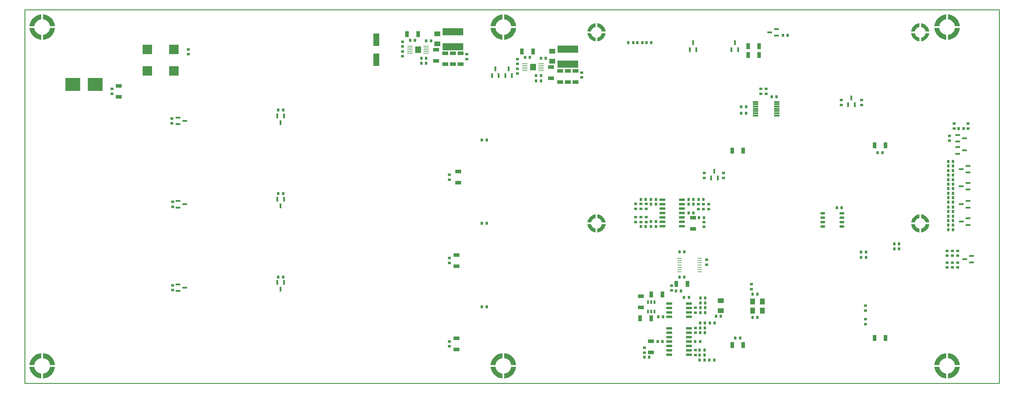
<source format=gtp>
G04 Layer_Color=10723209*
%FSLAX43Y43*%
%MOMM*%
G71*
G01*
G75*
%ADD10R,2.700X2.700*%
%ADD12R,6.000X2.000*%
%ADD13R,0.600X1.000*%
%ADD14R,1.350X0.600*%
%ADD15O,1.450X0.650*%
%ADD16R,1.800X1.340*%
%ADD17R,0.800X0.900*%
G04:AMPARAMS|DCode=18|XSize=0.45mm|YSize=1.6mm|CornerRadius=0.05mm|HoleSize=0mm|Usage=FLASHONLY|Rotation=90.000|XOffset=0mm|YOffset=0mm|HoleType=Round|Shape=RoundedRectangle|*
%AMROUNDEDRECTD18*
21,1,0.450,1.501,0,0,90.0*
21,1,0.351,1.600,0,0,90.0*
1,1,0.099,0.750,0.175*
1,1,0.099,0.750,-0.175*
1,1,0.099,-0.750,-0.175*
1,1,0.099,-0.750,0.175*
%
%ADD18ROUNDEDRECTD18*%
%ADD19R,4.240X3.810*%
%ADD20R,1.800X3.550*%
G04:AMPARAMS|DCode=22|XSize=0.65mm|YSize=1.65mm|CornerRadius=0.049mm|HoleSize=0mm|Usage=FLASHONLY|Rotation=90.000|XOffset=0mm|YOffset=0mm|HoleType=Round|Shape=RoundedRectangle|*
%AMROUNDEDRECTD22*
21,1,0.650,1.552,0,0,90.0*
21,1,0.552,1.650,0,0,90.0*
1,1,0.098,0.776,0.276*
1,1,0.098,0.776,-0.276*
1,1,0.098,-0.776,-0.276*
1,1,0.098,-0.776,0.276*
%
%ADD22ROUNDEDRECTD22*%
%ADD23R,1.700X1.000*%
%ADD24R,0.900X0.800*%
G04:AMPARAMS|DCode=26|XSize=1.73mm|YSize=1.9mm|CornerRadius=0.052mm|HoleSize=0mm|Usage=FLASHONLY|Rotation=0.000|XOffset=0mm|YOffset=0mm|HoleType=Round|Shape=RoundedRectangle|*
%AMROUNDEDRECTD26*
21,1,1.730,1.796,0,0,0.0*
21,1,1.626,1.900,0,0,0.0*
1,1,0.104,0.813,-0.898*
1,1,0.104,-0.813,-0.898*
1,1,0.104,-0.813,0.898*
1,1,0.104,0.813,0.898*
%
%ADD26ROUNDEDRECTD26*%
%ADD27R,0.600X1.350*%
%ADD28R,1.340X1.800*%
%ADD29R,1.000X1.700*%
%ADD38C,0.254*%
%ADD76O,1.300X0.250*%
G04:AMPARAMS|DCode=77|XSize=0.2mm|YSize=1.45mm|CornerRadius=0mm|HoleSize=0mm|Usage=FLASHONLY|Rotation=90.000|XOffset=0mm|YOffset=0mm|HoleType=Round|Shape=RoundedRectangle|*
%AMROUNDEDRECTD77*
21,1,0.200,1.450,0,0,90.0*
21,1,0.200,1.450,0,0,90.0*
1,1,0.000,0.725,0.100*
1,1,0.000,0.725,-0.100*
1,1,0.000,-0.725,-0.100*
1,1,0.000,-0.725,0.100*
%
%ADD77ROUNDEDRECTD77*%
G36*
X255740Y45750D02*
X255764Y45632D01*
X255840Y45402D01*
X255950Y45188D01*
X256092Y44993D01*
X256263Y44822D01*
X256458Y44680D01*
X256672Y44570D01*
X256902Y44494D01*
X257020Y44470D01*
X257020Y44470D01*
X257020D01*
X257020Y43412D01*
X256797Y43434D01*
X256364Y43553D01*
X255958Y43744D01*
X255590Y44003D01*
X255273Y44320D01*
X255014Y44688D01*
X254823Y45094D01*
X254704Y45527D01*
X254682Y45750D01*
Y45750D01*
X255741D01*
X255740Y45750D01*
D02*
G37*
G36*
X166838Y45750D02*
X166816Y45527D01*
X166697Y45094D01*
X166506Y44688D01*
X166247Y44320D01*
X165930Y44003D01*
X165562Y43744D01*
X165156Y43553D01*
X164723Y43434D01*
X164500Y43412D01*
X164500D01*
Y44471D01*
X164500Y44470D01*
X164618Y44494D01*
X164848Y44570D01*
X165062Y44680D01*
X165257Y44822D01*
X165428Y44993D01*
X165570Y45188D01*
X165680Y45402D01*
X165756Y45632D01*
X165780Y45750D01*
Y45750D01*
Y45750D01*
X166838Y45750D01*
D02*
G37*
G36*
X162720Y45750D02*
X162744Y45632D01*
X162820Y45402D01*
X162930Y45188D01*
X163072Y44993D01*
X163243Y44822D01*
X163438Y44680D01*
X163652Y44570D01*
X163882Y44494D01*
X164000Y44470D01*
X164000Y44470D01*
X164000D01*
X164000Y43412D01*
X163777Y43434D01*
X163344Y43553D01*
X162938Y43744D01*
X162570Y44003D01*
X162253Y44320D01*
X161994Y44688D01*
X161803Y45094D01*
X161684Y45527D01*
X161662Y45750D01*
Y45750D01*
X162721D01*
X162720Y45750D01*
D02*
G37*
G36*
X141141Y5250D02*
Y5250D01*
D01*
Y5250D01*
D02*
G37*
G36*
X137250Y8641D02*
Y7236D01*
X137250D01*
Y7236D01*
X137063Y7207D01*
X136699Y7103D01*
X136358Y6938D01*
X136049Y6719D01*
X135781Y6452D01*
X135562Y6143D01*
X135398Y5801D01*
X135293Y5437D01*
X135264Y5250D01*
Y5250D01*
X133859D01*
X133874Y5468D01*
X133955Y5897D01*
X134087Y6313D01*
X134268Y6710D01*
X134495Y7083D01*
X134765Y7427D01*
X135074Y7735D01*
X135417Y8005D01*
X135790Y8232D01*
X136187Y8413D01*
X136603Y8545D01*
X137032Y8626D01*
X137250Y8641D01*
D01*
X137250D01*
X137250D01*
D02*
G37*
G36*
X259858Y45750D02*
X259836Y45527D01*
X259717Y45094D01*
X259526Y44688D01*
X259267Y44320D01*
X258950Y44003D01*
X258582Y43744D01*
X258176Y43553D01*
X257743Y43434D01*
X257520Y43412D01*
X257520D01*
Y44471D01*
X257520Y44470D01*
X257638Y44494D01*
X257868Y44570D01*
X258082Y44680D01*
X258277Y44822D01*
X258448Y44993D01*
X258590Y45188D01*
X258700Y45402D01*
X258776Y45632D01*
X258800Y45750D01*
Y45750D01*
Y45750D01*
X259858Y45750D01*
D02*
G37*
G36*
X257020Y47529D02*
X257020Y47530D01*
X256902Y47506D01*
X256672Y47430D01*
X256458Y47320D01*
X256263Y47178D01*
X256092Y47007D01*
X255950Y46812D01*
X255840Y46598D01*
X255764Y46368D01*
X255740Y46250D01*
X255740D01*
Y46250D01*
X254682D01*
X254704Y46473D01*
X254823Y46906D01*
X255014Y47312D01*
X255273Y47680D01*
X255590Y47997D01*
X255957Y48256D01*
X256364Y48447D01*
X256797Y48566D01*
X257020Y48588D01*
Y48588D01*
X257020D01*
Y47529D01*
D02*
G37*
G36*
X162720Y100750D02*
X162744Y100632D01*
X162820Y100402D01*
X162930Y100188D01*
X163072Y99993D01*
X163243Y99822D01*
X163438Y99680D01*
X163652Y99570D01*
X163882Y99494D01*
X164000Y99470D01*
X164000Y99470D01*
X164000D01*
X164000Y98412D01*
X163777Y98434D01*
X163344Y98553D01*
X162938Y98744D01*
X162570Y99003D01*
X162253Y99320D01*
X161994Y99688D01*
X161803Y100094D01*
X161684Y100527D01*
X161662Y100750D01*
Y100750D01*
X162721D01*
X162720Y100750D01*
D02*
G37*
G36*
X164000Y47529D02*
X164000Y47530D01*
X163882Y47506D01*
X163652Y47430D01*
X163438Y47320D01*
X163243Y47178D01*
X163072Y47007D01*
X162930Y46812D01*
X162820Y46598D01*
X162744Y46368D01*
X162720Y46250D01*
X162720D01*
Y46250D01*
X161662D01*
X161684Y46473D01*
X161803Y46906D01*
X161994Y47312D01*
X162253Y47680D01*
X162570Y47997D01*
X162938Y48256D01*
X163344Y48447D01*
X163777Y48566D01*
X164000Y48588D01*
Y48588D01*
X164000D01*
Y47529D01*
D02*
G37*
G36*
X164723Y48566D02*
X165156Y48447D01*
X165562Y48256D01*
X165930Y47997D01*
X166247Y47680D01*
X166506Y47312D01*
X166697Y46906D01*
X166816Y46473D01*
X166838Y46250D01*
X166838Y46250D01*
Y46250D01*
X165779D01*
X165780Y46250D01*
X165756Y46368D01*
X165680Y46598D01*
X165570Y46812D01*
X165428Y47007D01*
X165257Y47178D01*
X165062Y47320D01*
X164848Y47430D01*
X164618Y47506D01*
X164500Y47530D01*
X164500D01*
Y48588D01*
X164723Y48566D01*
D02*
G37*
G36*
X257743D02*
X258176Y48447D01*
X258582Y48256D01*
X258950Y47997D01*
X259267Y47680D01*
X259526Y47312D01*
X259717Y46906D01*
X259836Y46473D01*
X259858Y46250D01*
X259858Y46250D01*
Y46250D01*
X258799D01*
X258800Y46250D01*
X258776Y46368D01*
X258700Y46598D01*
X258590Y46812D01*
X258448Y47007D01*
X258277Y47178D01*
X258082Y47320D01*
X257868Y47430D01*
X257638Y47506D01*
X257520Y47530D01*
X257520D01*
Y48588D01*
X257743Y48566D01*
D02*
G37*
G36*
X2793Y4563D02*
X2897Y4199D01*
X3062Y3858D01*
X3281Y3549D01*
X3548Y3281D01*
X3857Y3062D01*
X4199Y2898D01*
X4563Y2793D01*
X4750Y2764D01*
X4750D01*
Y1359D01*
X4750Y1359D01*
X4532Y1374D01*
X4103Y1455D01*
X3687Y1587D01*
X3290Y1768D01*
X2917Y1995D01*
X2573Y2265D01*
X2265Y2573D01*
X1995Y2917D01*
X1768Y3290D01*
X1587Y3687D01*
X1455Y4103D01*
X1374Y4532D01*
X1359Y4750D01*
X1359Y4750D01*
X2764D01*
Y4750D01*
X2793Y4563D01*
D02*
G37*
G36*
X262793D02*
X262897Y4199D01*
X263062Y3858D01*
X263281Y3549D01*
X263548Y3281D01*
X263857Y3062D01*
X264199Y2898D01*
X264563Y2793D01*
X264750Y2764D01*
X264750D01*
Y1359D01*
X264750Y1359D01*
X264532Y1374D01*
X264103Y1455D01*
X263687Y1587D01*
X263290Y1768D01*
X262917Y1995D01*
X262573Y2265D01*
X262265Y2573D01*
X261995Y2917D01*
X261768Y3290D01*
X261587Y3687D01*
X261455Y4103D01*
X261374Y4532D01*
X261359Y4750D01*
X261359Y4750D01*
X262764D01*
Y4750D01*
X262793Y4563D01*
D02*
G37*
G36*
X141141Y4750D02*
X141126Y4532D01*
X141045Y4103D01*
X140913Y3687D01*
X140732Y3290D01*
X140505Y2917D01*
X140235Y2573D01*
X139926Y2265D01*
X139583Y1995D01*
X139210Y1768D01*
X138813Y1587D01*
X138397Y1455D01*
X137968Y1374D01*
X137750Y1359D01*
X137750Y1359D01*
Y2764D01*
X137750D01*
X137937Y2793D01*
X138301Y2897D01*
X138642Y3062D01*
X138951Y3281D01*
X139219Y3548D01*
X139438Y3857D01*
X139602Y4199D01*
X139707Y4563D01*
X139736Y4750D01*
X139736Y4750D01*
X141141D01*
Y4750D01*
D02*
G37*
G36*
X8641Y4750D02*
X8626Y4532D01*
X8545Y4103D01*
X8413Y3687D01*
X8232Y3290D01*
X8005Y2917D01*
X7735Y2573D01*
X7426Y2265D01*
X7083Y1995D01*
X6710Y1768D01*
X6313Y1587D01*
X5897Y1455D01*
X5468Y1373D01*
X5250Y1359D01*
X5250Y1359D01*
Y2764D01*
X5250D01*
X5437Y2793D01*
X5801Y2897D01*
X6142Y3062D01*
X6451Y3281D01*
X6719Y3548D01*
X6938Y3857D01*
X7102Y4199D01*
X7207Y4563D01*
X7236Y4750D01*
X7236Y4750D01*
X8641D01*
Y4750D01*
D02*
G37*
G36*
X268641D02*
X268626Y4532D01*
X268545Y4103D01*
X268413Y3687D01*
X268232Y3290D01*
X268005Y2917D01*
X267735Y2573D01*
X267427Y2265D01*
X267083Y1995D01*
X266710Y1768D01*
X266313Y1587D01*
X265897Y1455D01*
X265468Y1373D01*
X265250Y1359D01*
X265250Y1359D01*
Y2764D01*
X265250D01*
X265437Y2793D01*
X265801Y2897D01*
X266142Y3062D01*
X266451Y3281D01*
X266719Y3548D01*
X266938Y3857D01*
X267102Y4199D01*
X267207Y4563D01*
X267236Y4750D01*
X267236Y4750D01*
X268641D01*
Y4750D01*
D02*
G37*
G36*
X135293Y4563D02*
X135397Y4199D01*
X135562Y3858D01*
X135781Y3549D01*
X136048Y3281D01*
X136357Y3062D01*
X136699Y2898D01*
X137063Y2793D01*
X137250Y2764D01*
X137250D01*
Y1359D01*
X137250Y1359D01*
X137032Y1374D01*
X136603Y1455D01*
X136187Y1587D01*
X135790Y1768D01*
X135417Y1995D01*
X135073Y2265D01*
X134765Y2573D01*
X134495Y2917D01*
X134268Y3290D01*
X134087Y3687D01*
X133955Y4103D01*
X133874Y4532D01*
X133859Y4750D01*
X133859Y4750D01*
X135264D01*
Y4750D01*
X135293Y4563D01*
D02*
G37*
G36*
X4750Y8641D02*
Y7236D01*
X4750D01*
Y7236D01*
X4563Y7207D01*
X4199Y7102D01*
X3858Y6938D01*
X3549Y6719D01*
X3281Y6452D01*
X3062Y6143D01*
X2898Y5801D01*
X2793Y5437D01*
X2764Y5250D01*
Y5250D01*
X1359D01*
X1374Y5468D01*
X1455Y5897D01*
X1587Y6313D01*
X1768Y6710D01*
X1995Y7083D01*
X2265Y7427D01*
X2573Y7735D01*
X2917Y8005D01*
X3290Y8232D01*
X3687Y8413D01*
X4103Y8545D01*
X4532Y8626D01*
X4750Y8641D01*
D01*
X4750D01*
X4750D01*
D02*
G37*
G36*
X264750D02*
Y7236D01*
X264750D01*
Y7236D01*
X264563Y7207D01*
X264199Y7102D01*
X263858Y6938D01*
X263549Y6719D01*
X263281Y6452D01*
X263062Y6143D01*
X262898Y5801D01*
X262793Y5437D01*
X262764Y5250D01*
Y5250D01*
X261359D01*
X261374Y5468D01*
X261455Y5897D01*
X261587Y6313D01*
X261768Y6710D01*
X261995Y7083D01*
X262265Y7427D01*
X262573Y7735D01*
X262917Y8005D01*
X263290Y8232D01*
X263687Y8413D01*
X264103Y8545D01*
X264532Y8626D01*
X264750Y8641D01*
D01*
X264750D01*
X264750D01*
D02*
G37*
G36*
X265468Y8626D02*
X265897Y8545D01*
X266313Y8413D01*
X266710Y8232D01*
X267083Y8005D01*
X267427Y7735D01*
X267735Y7426D01*
X268005Y7083D01*
X268232Y6710D01*
X268413Y6313D01*
X268545Y5897D01*
X268626Y5468D01*
X268641Y5250D01*
D01*
Y5250D01*
Y5250D01*
X267236D01*
Y5250D01*
X267236Y5250D01*
X267207Y5437D01*
X267103Y5801D01*
X266938Y6142D01*
X266719Y6451D01*
X266452Y6719D01*
X266143Y6938D01*
X265801Y7102D01*
X265437Y7207D01*
X265250Y7236D01*
X265250Y7236D01*
Y8641D01*
X265468Y8626D01*
D02*
G37*
G36*
X5468D02*
X5897Y8545D01*
X6313Y8413D01*
X6710Y8232D01*
X7083Y8005D01*
X7427Y7735D01*
X7735Y7426D01*
X8005Y7083D01*
X8232Y6710D01*
X8413Y6313D01*
X8545Y5897D01*
X8626Y5468D01*
X8641Y5250D01*
D01*
Y5250D01*
Y5250D01*
X7236D01*
Y5250D01*
X7236Y5250D01*
X7207Y5437D01*
X7103Y5801D01*
X6938Y6142D01*
X6719Y6451D01*
X6452Y6719D01*
X6143Y6938D01*
X5801Y7102D01*
X5437Y7207D01*
X5250Y7236D01*
X5250Y7236D01*
Y8641D01*
X5468Y8626D01*
D02*
G37*
G36*
X137968Y8626D02*
X138397Y8545D01*
X138813Y8413D01*
X139210Y8232D01*
X139583Y8005D01*
X139927Y7735D01*
X140235Y7426D01*
X140505Y7083D01*
X140732Y6710D01*
X140913Y6313D01*
X141045Y5897D01*
X141126Y5468D01*
X141141Y5250D01*
X139736D01*
Y5250D01*
X139736Y5250D01*
X139707Y5437D01*
X139603Y5801D01*
X139438Y6142D01*
X139219Y6451D01*
X138952Y6719D01*
X138643Y6938D01*
X138301Y7102D01*
X137937Y7207D01*
X137750Y7236D01*
X137750Y7236D01*
Y8641D01*
X137968Y8626D01*
D02*
G37*
G36*
X255720Y100750D02*
X255744Y100632D01*
X255820Y100402D01*
X255930Y100188D01*
X256072Y99993D01*
X256243Y99822D01*
X256438Y99680D01*
X256652Y99570D01*
X256882Y99494D01*
X257000Y99470D01*
X257000Y99470D01*
X257000D01*
X257000Y98412D01*
X256777Y98434D01*
X256344Y98553D01*
X255938Y98744D01*
X255570Y99003D01*
X255253Y99320D01*
X254994Y99688D01*
X254803Y100094D01*
X254684Y100527D01*
X254662Y100750D01*
Y100750D01*
X255721D01*
X255720Y100750D01*
D02*
G37*
G36*
X141141Y102750D02*
Y102750D01*
D01*
Y102750D01*
D02*
G37*
G36*
X265468Y106126D02*
X265897Y106045D01*
X266313Y105913D01*
X266710Y105732D01*
X267083Y105505D01*
X267427Y105235D01*
X267735Y104926D01*
X268005Y104583D01*
X268232Y104210D01*
X268413Y103813D01*
X268545Y103397D01*
X268626Y102968D01*
X268641Y102750D01*
D01*
Y102750D01*
Y102750D01*
X267236D01*
Y102750D01*
X267236Y102750D01*
X267207Y102937D01*
X267103Y103301D01*
X266938Y103642D01*
X266719Y103951D01*
X266452Y104219D01*
X266143Y104438D01*
X265801Y104602D01*
X265437Y104707D01*
X265250Y104736D01*
X265250Y104736D01*
Y106141D01*
X265468Y106126D01*
D02*
G37*
G36*
X5468D02*
X5897Y106045D01*
X6313Y105913D01*
X6710Y105732D01*
X7083Y105505D01*
X7427Y105235D01*
X7735Y104926D01*
X8005Y104583D01*
X8232Y104210D01*
X8413Y103813D01*
X8545Y103397D01*
X8626Y102968D01*
X8641Y102750D01*
D01*
Y102750D01*
Y102750D01*
X7236D01*
Y102750D01*
X7236Y102750D01*
X7207Y102937D01*
X7103Y103301D01*
X6938Y103642D01*
X6719Y103951D01*
X6452Y104219D01*
X6143Y104438D01*
X5801Y104602D01*
X5437Y104707D01*
X5250Y104736D01*
X5250Y104736D01*
Y106141D01*
X5468Y106126D01*
D02*
G37*
G36*
X257000Y102529D02*
X257000Y102530D01*
X256882Y102506D01*
X256652Y102430D01*
X256438Y102320D01*
X256243Y102178D01*
X256072Y102007D01*
X255930Y101812D01*
X255820Y101598D01*
X255744Y101368D01*
X255720Y101250D01*
X255720D01*
Y101250D01*
X254662D01*
X254684Y101473D01*
X254803Y101906D01*
X254994Y102312D01*
X255253Y102680D01*
X255570Y102997D01*
X255938Y103256D01*
X256344Y103447D01*
X256777Y103566D01*
X257000Y103588D01*
Y103588D01*
X257000D01*
Y102529D01*
D02*
G37*
G36*
X137968Y106126D02*
X138397Y106045D01*
X138813Y105913D01*
X139210Y105732D01*
X139583Y105505D01*
X139927Y105235D01*
X140235Y104926D01*
X140505Y104583D01*
X140732Y104210D01*
X140913Y103813D01*
X141045Y103397D01*
X141126Y102968D01*
X141141Y102750D01*
X139736D01*
Y102750D01*
X139736Y102750D01*
X139707Y102937D01*
X139603Y103301D01*
X139438Y103642D01*
X139219Y103951D01*
X138952Y104219D01*
X138643Y104438D01*
X138301Y104602D01*
X137937Y104707D01*
X137750Y104736D01*
X137750Y104736D01*
Y106141D01*
X137968Y106126D01*
D02*
G37*
G36*
X4750Y104736D02*
X4750D01*
Y104736D01*
X4563Y104707D01*
X4199Y104603D01*
X3858Y104438D01*
X3549Y104219D01*
X3281Y103952D01*
X3062Y103643D01*
X2898Y103301D01*
X2793Y102937D01*
X2764Y102750D01*
Y102750D01*
X1359D01*
X1374Y102968D01*
X1455Y103397D01*
X1587Y103813D01*
X1768Y104210D01*
X1995Y104583D01*
X2265Y104927D01*
X2573Y105235D01*
X2917Y105505D01*
X3290Y105732D01*
X3687Y105913D01*
X4103Y106045D01*
X4532Y106126D01*
X4750Y106141D01*
Y104736D01*
D02*
G37*
G36*
X137250Y106141D02*
D01*
X137250D01*
X137250D01*
D02*
G37*
G36*
X264750D02*
D01*
X264750D01*
X264750D01*
D02*
G37*
G36*
X4750D02*
D01*
X4750D01*
X4750D01*
D02*
G37*
G36*
X137250Y104736D02*
X137250D01*
Y104736D01*
X137063Y104707D01*
X136699Y104603D01*
X136358Y104438D01*
X136049Y104219D01*
X135781Y103952D01*
X135562Y103643D01*
X135398Y103301D01*
X135293Y102937D01*
X135264Y102750D01*
Y102750D01*
X133859D01*
X133874Y102968D01*
X133955Y103397D01*
X134087Y103813D01*
X134268Y104210D01*
X134495Y104583D01*
X134765Y104927D01*
X135074Y105235D01*
X135417Y105505D01*
X135790Y105732D01*
X136187Y105913D01*
X136603Y106045D01*
X137032Y106126D01*
X137250Y106141D01*
Y104736D01*
D02*
G37*
G36*
X264750D02*
X264750D01*
Y104736D01*
X264563Y104707D01*
X264199Y104603D01*
X263858Y104438D01*
X263549Y104219D01*
X263281Y103952D01*
X263062Y103643D01*
X262898Y103301D01*
X262793Y102937D01*
X262764Y102750D01*
Y102750D01*
X261359D01*
X261374Y102968D01*
X261455Y103397D01*
X261587Y103813D01*
X261768Y104210D01*
X261995Y104583D01*
X262265Y104927D01*
X262573Y105235D01*
X262917Y105505D01*
X263290Y105732D01*
X263687Y105913D01*
X264103Y106045D01*
X264532Y106126D01*
X264750Y106141D01*
Y104736D01*
D02*
G37*
G36*
X166838Y100750D02*
X166816Y100527D01*
X166697Y100094D01*
X166506Y99688D01*
X166247Y99320D01*
X165930Y99003D01*
X165562Y98744D01*
X165156Y98553D01*
X164723Y98434D01*
X164500Y98412D01*
X164500D01*
Y99471D01*
X164500Y99470D01*
X164618Y99494D01*
X164848Y99570D01*
X165062Y99680D01*
X165257Y99822D01*
X165428Y99993D01*
X165570Y100188D01*
X165680Y100402D01*
X165756Y100632D01*
X165780Y100750D01*
Y100750D01*
Y100750D01*
X166838Y100750D01*
D02*
G37*
G36*
X259838D02*
X259816Y100527D01*
X259697Y100094D01*
X259506Y99688D01*
X259247Y99320D01*
X258930Y99003D01*
X258562Y98744D01*
X258156Y98553D01*
X257723Y98434D01*
X257500Y98412D01*
X257500D01*
Y99471D01*
X257500Y99470D01*
X257618Y99494D01*
X257848Y99570D01*
X258062Y99680D01*
X258257Y99822D01*
X258428Y99993D01*
X258570Y100188D01*
X258680Y100402D01*
X258756Y100632D01*
X258780Y100750D01*
Y100750D01*
Y100750D01*
X259838Y100750D01*
D02*
G37*
G36*
X268641Y102250D02*
X268626Y102032D01*
X268545Y101603D01*
X268413Y101187D01*
X268232Y100790D01*
X268005Y100417D01*
X267735Y100073D01*
X267427Y99765D01*
X267083Y99495D01*
X266710Y99268D01*
X266313Y99087D01*
X265897Y98955D01*
X265468Y98874D01*
X265250Y98859D01*
X265250Y98859D01*
Y100264D01*
X265250D01*
X265437Y100293D01*
X265801Y100397D01*
X266142Y100562D01*
X266451Y100781D01*
X266719Y101048D01*
X266938Y101357D01*
X267102Y101699D01*
X267207Y102063D01*
X267236Y102250D01*
X267236Y102250D01*
X268641D01*
Y102250D01*
D02*
G37*
G36*
X8641D02*
X8626Y102032D01*
X8545Y101603D01*
X8413Y101187D01*
X8232Y100790D01*
X8005Y100417D01*
X7735Y100073D01*
X7426Y99765D01*
X7083Y99495D01*
X6710Y99268D01*
X6313Y99087D01*
X5897Y98955D01*
X5468Y98874D01*
X5250Y98859D01*
X5250Y98859D01*
Y100264D01*
X5250D01*
X5437Y100293D01*
X5801Y100397D01*
X6142Y100562D01*
X6451Y100781D01*
X6719Y101048D01*
X6938Y101357D01*
X7102Y101699D01*
X7207Y102063D01*
X7236Y102250D01*
X7236Y102250D01*
X8641D01*
Y102250D01*
D02*
G37*
G36*
X141141D02*
X141126Y102032D01*
X141045Y101603D01*
X140913Y101187D01*
X140732Y100790D01*
X140505Y100417D01*
X140235Y100073D01*
X139926Y99765D01*
X139583Y99495D01*
X139210Y99268D01*
X138813Y99087D01*
X138397Y98955D01*
X137968Y98874D01*
X137750Y98859D01*
X137750Y98859D01*
Y100264D01*
X137750D01*
X137937Y100293D01*
X138301Y100397D01*
X138642Y100562D01*
X138951Y100781D01*
X139219Y101048D01*
X139438Y101357D01*
X139602Y101699D01*
X139707Y102063D01*
X139736Y102250D01*
X139736Y102250D01*
X141141D01*
Y102250D01*
D02*
G37*
G36*
X164723Y103566D02*
X165156Y103447D01*
X165562Y103256D01*
X165930Y102997D01*
X166247Y102680D01*
X166506Y102312D01*
X166697Y101906D01*
X166816Y101473D01*
X166838Y101250D01*
X166838Y101250D01*
Y101250D01*
X165779D01*
X165780Y101250D01*
X165756Y101368D01*
X165680Y101598D01*
X165570Y101812D01*
X165428Y102007D01*
X165257Y102178D01*
X165062Y102320D01*
X164848Y102430D01*
X164618Y102506D01*
X164500Y102530D01*
X164500D01*
Y103588D01*
X164723Y103566D01*
D02*
G37*
G36*
X262793Y102063D02*
X262897Y101699D01*
X263062Y101358D01*
X263281Y101049D01*
X263548Y100781D01*
X263857Y100562D01*
X264199Y100398D01*
X264563Y100293D01*
X264750Y100264D01*
X264750D01*
Y98859D01*
X264750Y98859D01*
X264532Y98874D01*
X264103Y98955D01*
X263687Y99087D01*
X263290Y99268D01*
X262917Y99495D01*
X262573Y99765D01*
X262265Y100074D01*
X261995Y100417D01*
X261768Y100790D01*
X261587Y101187D01*
X261455Y101603D01*
X261374Y102032D01*
X261359Y102250D01*
X261359Y102250D01*
X262764D01*
Y102250D01*
X262793Y102063D01*
D02*
G37*
G36*
X164000Y102529D02*
X164000Y102530D01*
X163882Y102506D01*
X163652Y102430D01*
X163438Y102320D01*
X163243Y102178D01*
X163072Y102007D01*
X162930Y101812D01*
X162820Y101598D01*
X162744Y101368D01*
X162720Y101250D01*
X162720D01*
Y101250D01*
X161662D01*
X161684Y101473D01*
X161803Y101906D01*
X161994Y102312D01*
X162253Y102680D01*
X162570Y102997D01*
X162938Y103256D01*
X163344Y103447D01*
X163777Y103566D01*
X164000Y103588D01*
Y103588D01*
X164000D01*
Y102529D01*
D02*
G37*
G36*
X135293Y102063D02*
X135397Y101699D01*
X135562Y101358D01*
X135781Y101049D01*
X136048Y100781D01*
X136357Y100562D01*
X136699Y100398D01*
X137063Y100293D01*
X137250Y100264D01*
X137250D01*
Y98859D01*
X137250Y98859D01*
X137032Y98874D01*
X136603Y98955D01*
X136187Y99087D01*
X135790Y99268D01*
X135417Y99495D01*
X135073Y99765D01*
X134765Y100074D01*
X134495Y100417D01*
X134268Y100790D01*
X134087Y101187D01*
X133955Y101603D01*
X133874Y102032D01*
X133859Y102250D01*
X133859Y102250D01*
X135264D01*
Y102250D01*
X135293Y102063D01*
D02*
G37*
G36*
X257723Y103566D02*
X258156Y103447D01*
X258562Y103256D01*
X258930Y102997D01*
X259247Y102680D01*
X259506Y102312D01*
X259697Y101906D01*
X259816Y101473D01*
X259838Y101250D01*
X259838Y101250D01*
Y101250D01*
X258779D01*
X258780Y101250D01*
X258756Y101368D01*
X258680Y101598D01*
X258570Y101812D01*
X258428Y102007D01*
X258257Y102178D01*
X258062Y102320D01*
X257848Y102430D01*
X257618Y102506D01*
X257500Y102530D01*
X257500D01*
Y103588D01*
X257723Y103566D01*
D02*
G37*
G36*
X2793Y102063D02*
X2897Y101699D01*
X3062Y101358D01*
X3281Y101049D01*
X3548Y100781D01*
X3857Y100562D01*
X4199Y100398D01*
X4563Y100293D01*
X4750Y100264D01*
X4750D01*
Y98859D01*
X4750Y98859D01*
X4532Y98874D01*
X4103Y98955D01*
X3687Y99087D01*
X3290Y99268D01*
X2917Y99495D01*
X2573Y99765D01*
X2265Y100074D01*
X1995Y100417D01*
X1768Y100790D01*
X1587Y101187D01*
X1455Y101603D01*
X1374Y102032D01*
X1359Y102250D01*
X1359Y102250D01*
X2764D01*
Y102250D01*
X2793Y102063D01*
D02*
G37*
D10*
X35190Y96110D02*
D03*
X42810D02*
D03*
Y89890D02*
D03*
X35190D02*
D03*
D12*
X156000Y96150D02*
D03*
Y91850D02*
D03*
X123000Y101150D02*
D03*
Y96850D02*
D03*
D13*
X179050Y23375D02*
D03*
X180000D02*
D03*
X180950D02*
D03*
Y20625D02*
D03*
X180000D02*
D03*
X179050D02*
D03*
D14*
X268025Y71450D02*
D03*
Y69550D02*
D03*
X269975Y70500D02*
D03*
Y67000D02*
D03*
X268025Y66050D02*
D03*
Y67950D02*
D03*
X214025Y101000D02*
D03*
X215975Y101950D02*
D03*
Y100050D02*
D03*
X45975Y75500D02*
D03*
X44025Y74550D02*
D03*
Y76450D02*
D03*
X45975Y51500D02*
D03*
X44025Y50550D02*
D03*
Y52450D02*
D03*
X45975Y27500D02*
D03*
X44025Y26550D02*
D03*
Y28450D02*
D03*
X269025Y61600D02*
D03*
X270975Y62550D02*
D03*
Y60650D02*
D03*
X269025Y56700D02*
D03*
X270975Y57650D02*
D03*
Y55750D02*
D03*
X269025Y51500D02*
D03*
X270975Y52450D02*
D03*
Y50550D02*
D03*
X269025Y46500D02*
D03*
X270975Y47450D02*
D03*
Y45550D02*
D03*
X271975Y34750D02*
D03*
Y36650D02*
D03*
X270025Y35700D02*
D03*
D15*
X229275Y48905D02*
D03*
Y47635D02*
D03*
Y46365D02*
D03*
Y45095D02*
D03*
X234725Y48905D02*
D03*
Y47635D02*
D03*
Y46365D02*
D03*
Y45095D02*
D03*
D16*
X151500Y95530D02*
D03*
Y92670D02*
D03*
X200000Y20870D02*
D03*
Y23730D02*
D03*
X118500Y97670D02*
D03*
Y100530D02*
D03*
D17*
X241700Y36200D02*
D03*
X240300D02*
D03*
X269700Y73300D02*
D03*
X268300D02*
D03*
X210500Y25600D02*
D03*
X209100D02*
D03*
X198600Y19300D02*
D03*
X200000D02*
D03*
X210500Y18900D02*
D03*
X209100D02*
D03*
X219200Y100100D02*
D03*
X217800D02*
D03*
X265300Y44200D02*
D03*
X266700D02*
D03*
X265300Y48100D02*
D03*
X266700D02*
D03*
X265300Y49400D02*
D03*
X266700D02*
D03*
X265300Y53400D02*
D03*
X266700D02*
D03*
X265300Y54700D02*
D03*
X266700D02*
D03*
X265300Y58600D02*
D03*
X266700D02*
D03*
X265300Y59900D02*
D03*
X266700D02*
D03*
X265300Y63800D02*
D03*
X266700D02*
D03*
Y62500D02*
D03*
X265300D02*
D03*
X266700Y61200D02*
D03*
X265300D02*
D03*
X266700Y57300D02*
D03*
X265300D02*
D03*
X266700Y56000D02*
D03*
X265300D02*
D03*
X195300Y9500D02*
D03*
X193900D02*
D03*
Y6700D02*
D03*
X195300D02*
D03*
Y8100D02*
D03*
X193900D02*
D03*
X189400Y24700D02*
D03*
X190800D02*
D03*
X182000Y19100D02*
D03*
X183400D02*
D03*
X194000Y12000D02*
D03*
X192600D02*
D03*
X178600Y98000D02*
D03*
X180000D02*
D03*
X177400D02*
D03*
X176000D02*
D03*
X266700Y52100D02*
D03*
X265300D02*
D03*
X266700Y50700D02*
D03*
X265300D02*
D03*
X266700Y46800D02*
D03*
X265300D02*
D03*
X266700Y45500D02*
D03*
X265300D02*
D03*
X74200Y78600D02*
D03*
X72800D02*
D03*
X74200Y54600D02*
D03*
X72800D02*
D03*
X74200Y30500D02*
D03*
X72800D02*
D03*
X113900Y93500D02*
D03*
X115300D02*
D03*
Y92100D02*
D03*
X113900D02*
D03*
X146900Y88500D02*
D03*
X148300D02*
D03*
Y87000D02*
D03*
X146900D02*
D03*
X132700Y70000D02*
D03*
X131300D02*
D03*
X192100Y51500D02*
D03*
X190700D02*
D03*
Y52900D02*
D03*
X192100D02*
D03*
X132700Y46000D02*
D03*
X131300D02*
D03*
X179900Y51500D02*
D03*
X181300D02*
D03*
Y52900D02*
D03*
X179900D02*
D03*
X132700Y22000D02*
D03*
X131300D02*
D03*
X179900Y46500D02*
D03*
X181300D02*
D03*
Y45100D02*
D03*
X179900D02*
D03*
X195500Y20300D02*
D03*
X194100D02*
D03*
Y24500D02*
D03*
X195500D02*
D03*
Y21700D02*
D03*
X194100D02*
D03*
X195400Y14500D02*
D03*
X194000D02*
D03*
X195400Y15900D02*
D03*
X194000D02*
D03*
Y17300D02*
D03*
X195400D02*
D03*
X193700Y47600D02*
D03*
X195100D02*
D03*
X179400Y7500D02*
D03*
X178000D02*
D03*
X214600Y82400D02*
D03*
X216000D02*
D03*
X174800Y98000D02*
D03*
X173400D02*
D03*
X110700Y98700D02*
D03*
X112100D02*
D03*
X116700Y98500D02*
D03*
X115300D02*
D03*
X145100Y93800D02*
D03*
X143700D02*
D03*
X149700Y93500D02*
D03*
X148300D02*
D03*
X233300Y50500D02*
D03*
X234700D02*
D03*
X246430Y66370D02*
D03*
X245030D02*
D03*
X204130Y12970D02*
D03*
X205530D02*
D03*
X192100Y49000D02*
D03*
X190700D02*
D03*
X189500Y30500D02*
D03*
X188100D02*
D03*
X188500Y26600D02*
D03*
X187100D02*
D03*
X193600Y52900D02*
D03*
X195000D02*
D03*
X178400D02*
D03*
X177000D02*
D03*
X189500Y37800D02*
D03*
X188100D02*
D03*
X178400Y45100D02*
D03*
X177000D02*
D03*
X181800Y12000D02*
D03*
X183200D02*
D03*
X196700Y6700D02*
D03*
X198100D02*
D03*
X195500Y23100D02*
D03*
X194100D02*
D03*
X198200Y17300D02*
D03*
X196800D02*
D03*
X205800Y79600D02*
D03*
X207200D02*
D03*
X205800Y77700D02*
D03*
X207200D02*
D03*
X251200Y40100D02*
D03*
X249800D02*
D03*
X240300Y37700D02*
D03*
X241700D02*
D03*
X249800Y38700D02*
D03*
X251200D02*
D03*
D18*
X209950Y80950D02*
D03*
Y80300D02*
D03*
Y79650D02*
D03*
Y79000D02*
D03*
Y78350D02*
D03*
Y77700D02*
D03*
Y77050D02*
D03*
X216050Y80950D02*
D03*
Y80300D02*
D03*
Y79650D02*
D03*
Y79000D02*
D03*
Y78350D02*
D03*
Y77700D02*
D03*
Y77050D02*
D03*
D19*
X13815Y86000D02*
D03*
X20185D02*
D03*
D20*
X101000Y98875D02*
D03*
Y93125D02*
D03*
D22*
X185175Y15810D02*
D03*
Y14540D02*
D03*
Y13270D02*
D03*
Y12000D02*
D03*
Y10730D02*
D03*
Y9460D02*
D03*
Y8190D02*
D03*
X190825Y15810D02*
D03*
Y14540D02*
D03*
Y13270D02*
D03*
Y12000D02*
D03*
Y10730D02*
D03*
Y9460D02*
D03*
Y8190D02*
D03*
X185175Y22905D02*
D03*
Y21635D02*
D03*
Y20365D02*
D03*
Y19095D02*
D03*
X190825Y22905D02*
D03*
Y21635D02*
D03*
Y20365D02*
D03*
Y19095D02*
D03*
X188825Y45190D02*
D03*
Y46460D02*
D03*
Y47730D02*
D03*
Y49000D02*
D03*
Y50270D02*
D03*
Y51540D02*
D03*
Y52810D02*
D03*
X183175Y45190D02*
D03*
Y46460D02*
D03*
Y47730D02*
D03*
Y49000D02*
D03*
Y50270D02*
D03*
Y51540D02*
D03*
Y52810D02*
D03*
D23*
X179900Y8900D02*
D03*
Y12100D02*
D03*
X151200Y91000D02*
D03*
Y87800D02*
D03*
X125200Y95000D02*
D03*
Y91800D02*
D03*
X177000Y25000D02*
D03*
Y21800D02*
D03*
X118200Y96000D02*
D03*
Y92800D02*
D03*
X123000Y95000D02*
D03*
Y91800D02*
D03*
X120800Y95000D02*
D03*
Y91800D02*
D03*
X158200Y89900D02*
D03*
Y86700D02*
D03*
X156000Y89900D02*
D03*
Y86700D02*
D03*
X153800Y89900D02*
D03*
Y86700D02*
D03*
X27000Y85600D02*
D03*
Y82400D02*
D03*
X192000Y47600D02*
D03*
Y44400D02*
D03*
X124500Y60900D02*
D03*
Y57700D02*
D03*
X124000Y36900D02*
D03*
Y33700D02*
D03*
Y12900D02*
D03*
Y9700D02*
D03*
D24*
X267000Y73300D02*
D03*
Y74700D02*
D03*
X241500Y18400D02*
D03*
Y17000D02*
D03*
X208800Y28500D02*
D03*
Y27100D02*
D03*
X241500Y20900D02*
D03*
Y22300D02*
D03*
X195900Y34100D02*
D03*
Y35500D02*
D03*
X268000Y33300D02*
D03*
Y34700D02*
D03*
Y38100D02*
D03*
Y36700D02*
D03*
X42200Y76200D02*
D03*
Y74800D02*
D03*
X234600Y81500D02*
D03*
Y80100D02*
D03*
X42500Y52200D02*
D03*
Y50800D02*
D03*
X240400Y81500D02*
D03*
Y80100D02*
D03*
X42500Y28200D02*
D03*
Y26800D02*
D03*
X108500Y98300D02*
D03*
Y96900D02*
D03*
X141500Y93300D02*
D03*
Y91900D02*
D03*
X195000Y51500D02*
D03*
Y50100D02*
D03*
X196500D02*
D03*
Y51500D02*
D03*
X177000Y51600D02*
D03*
Y50200D02*
D03*
X175500D02*
D03*
Y51600D02*
D03*
X177000Y46400D02*
D03*
Y47800D02*
D03*
X175500D02*
D03*
Y46400D02*
D03*
X185800Y28100D02*
D03*
Y26700D02*
D03*
X108500Y95500D02*
D03*
Y94100D02*
D03*
X127000Y94700D02*
D03*
Y93300D02*
D03*
X141500Y89100D02*
D03*
Y90500D02*
D03*
X160000Y88000D02*
D03*
Y89400D02*
D03*
X47000Y94700D02*
D03*
Y96100D02*
D03*
X25000Y83300D02*
D03*
Y84700D02*
D03*
X200730Y60470D02*
D03*
Y59070D02*
D03*
X195230Y60470D02*
D03*
Y59070D02*
D03*
X195100Y45000D02*
D03*
Y46400D02*
D03*
X122000Y58600D02*
D03*
Y60000D02*
D03*
X193500Y51500D02*
D03*
Y50100D02*
D03*
X122000Y34600D02*
D03*
Y36000D02*
D03*
X178500Y51600D02*
D03*
Y50200D02*
D03*
X122000Y10600D02*
D03*
Y12000D02*
D03*
X178500Y46400D02*
D03*
Y47800D02*
D03*
X178000Y10200D02*
D03*
Y8800D02*
D03*
X192700Y9500D02*
D03*
Y8100D02*
D03*
Y20300D02*
D03*
Y21700D02*
D03*
Y14500D02*
D03*
Y15900D02*
D03*
X271000Y73300D02*
D03*
Y74700D02*
D03*
X266500Y38100D02*
D03*
Y36700D02*
D03*
Y33300D02*
D03*
Y34700D02*
D03*
X265000Y38100D02*
D03*
Y36700D02*
D03*
Y34700D02*
D03*
Y33300D02*
D03*
X265700Y71200D02*
D03*
Y69800D02*
D03*
X211500Y84700D02*
D03*
Y83300D02*
D03*
X213000Y84700D02*
D03*
Y83300D02*
D03*
D26*
X146000Y91000D02*
D03*
X113000Y96000D02*
D03*
D27*
X139000Y90475D02*
D03*
X139950Y88525D02*
D03*
X138050D02*
D03*
X135200Y90475D02*
D03*
X136150Y88525D02*
D03*
X134250D02*
D03*
X198130Y61045D02*
D03*
X199080Y59095D02*
D03*
X197180D02*
D03*
X73500Y75025D02*
D03*
X72550Y76975D02*
D03*
X74450D02*
D03*
X73500Y51025D02*
D03*
X72550Y52975D02*
D03*
X74450D02*
D03*
X73500Y27025D02*
D03*
X72550Y28975D02*
D03*
X74450D02*
D03*
X204000Y97975D02*
D03*
X204950Y96025D02*
D03*
X203050D02*
D03*
X192000Y97975D02*
D03*
X192950Y96025D02*
D03*
X191050D02*
D03*
X237500Y82075D02*
D03*
X238450Y80125D02*
D03*
X236550D02*
D03*
D28*
X209070Y23500D02*
D03*
X211930D02*
D03*
X209070Y20900D02*
D03*
X211930D02*
D03*
D29*
X180000Y18700D02*
D03*
X176800D02*
D03*
X180000Y25500D02*
D03*
X183200D02*
D03*
X211000Y97000D02*
D03*
X207800D02*
D03*
X211000Y94500D02*
D03*
X207800D02*
D03*
X109800Y100500D02*
D03*
X113000D02*
D03*
X142800Y95500D02*
D03*
X146000D02*
D03*
X203230Y66970D02*
D03*
X206430D02*
D03*
X247330Y12970D02*
D03*
X244130D02*
D03*
Y68470D02*
D03*
X247330D02*
D03*
X206430Y10970D02*
D03*
X203230D02*
D03*
X187200Y28600D02*
D03*
X190400D02*
D03*
D38*
X0Y0D02*
X280000D01*
Y107500D01*
X0D02*
X280000D01*
X0Y0D02*
Y107500D01*
D76*
X193875Y32050D02*
D03*
Y32700D02*
D03*
Y33350D02*
D03*
Y34000D02*
D03*
Y34650D02*
D03*
Y35300D02*
D03*
Y35950D02*
D03*
X188125Y32050D02*
D03*
Y32700D02*
D03*
Y33350D02*
D03*
Y34000D02*
D03*
Y34650D02*
D03*
Y35300D02*
D03*
Y35950D02*
D03*
D77*
X148325Y90000D02*
D03*
Y90500D02*
D03*
Y91000D02*
D03*
Y91500D02*
D03*
X143675Y90000D02*
D03*
Y90500D02*
D03*
Y91000D02*
D03*
Y91500D02*
D03*
Y92000D02*
D03*
X148325D02*
D03*
X115325Y97000D02*
D03*
X110675D02*
D03*
Y96500D02*
D03*
Y96000D02*
D03*
Y95500D02*
D03*
Y95000D02*
D03*
X115325Y96500D02*
D03*
Y96000D02*
D03*
Y95500D02*
D03*
Y95000D02*
D03*
M02*

</source>
